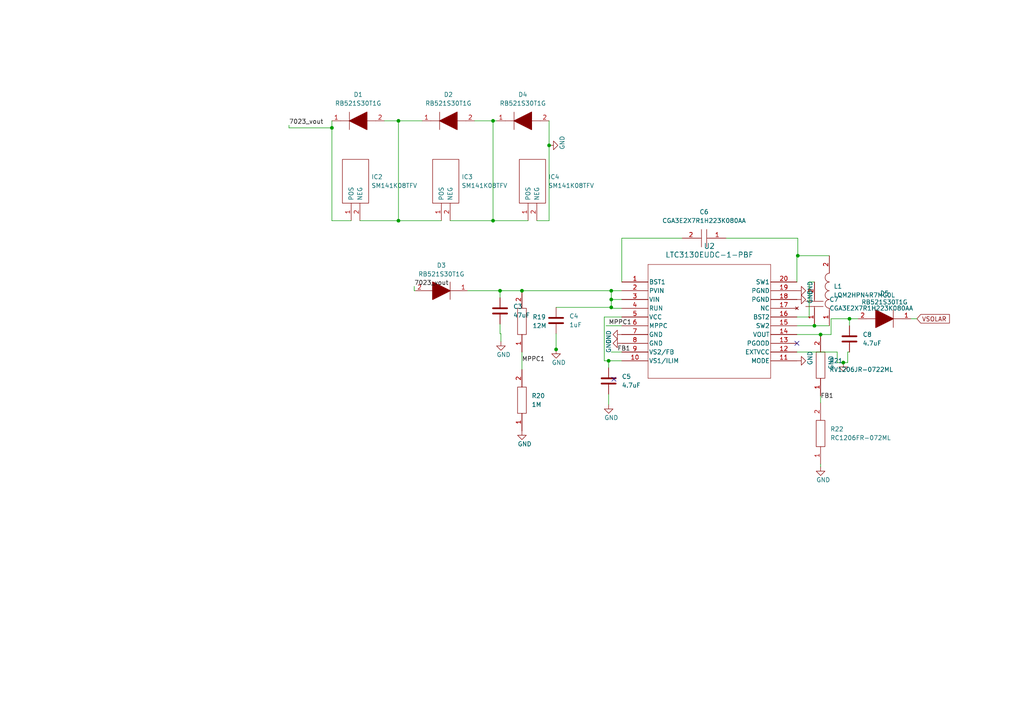
<source format=kicad_sch>
(kicad_sch (version 20230121) (generator eeschema)
  (paper "A4")
  (lib_symbols
    (symbol "AA_AUTO_LOADER:CGA3E2X7R1H223K080AA" (pin_names (offset 0.762))
      (property "Reference" "C" (at 8.89 6.35 0))
      (property "Value" "CGA3E2X7R1H223K080AA" (at 8.89 3.81 0))
      (symbol "CGA3E2X7R1H223K080AA_0_0"
        (pin passive line (at 0 0 0) (length 5.08) (name "~") (number "1"))
        (pin passive line (at 12.7 0 180) (length 5.08) (name "~") (number "2"))
      )
      (symbol "CGA3E2X7R1H223K080AA_0_1"
        (polyline (pts (xy 5.08 0) (xy 5.588 0)) (stroke (width 0.1524)))
        (polyline (pts (xy 5.588 2.54) (xy 5.588 -2.54)) (stroke (width 0.1524)))
        (polyline (pts (xy 7.112 0) (xy 7.62 0)) (stroke (width 0.1524)))
        (polyline (pts (xy 7.112 2.54) (xy 7.112 -2.54)) (stroke (width 0.1524)))
      )
    )
    (symbol "AA_AUTO_LOADER:CHV2010-FX-1005ELF" (pin_names (offset 0.762))
      (property "Reference" "R" (at 13.97 6.35 0))
      (property "Value" "CHV2010-FX-1005ELF" (at 13.97 3.81 0))
      (symbol "CHV2010-FX-1005ELF_0_0"
        (pin passive line (at 0 0 0) (length 5.08) (name "~") (number "1"))
        (pin passive line (at 17.78 0 180) (length 5.08) (name "~") (number "2"))
      )
      (symbol "CHV2010-FX-1005ELF_0_1"
        (polyline (pts (xy 5.08 1.27) (xy 12.7 1.27) (xy 12.7 -1.27) (xy 5.08 -1.27) (xy 5.08 1.27)) (stroke (width 0.1524)))
      )
    )
    (symbol "AA_AUTO_LOADER:LQM2HPN4R7MG0L" (pin_names (offset 0.762))
      (property "Reference" "L" (at 16.51 6.35 0))
      (property "Value" "LQM2HPN4R7MG0L" (at 16.51 3.81 0))
      (symbol "LQM2HPN4R7MG0L_0_0"
        (pin passive line (at 0 0 0) (length 5.08) (name "~") (number "1"))
        (pin passive line (at 20.32 0 180) (length 5.08) (name "~") (number "2"))
      )
      (symbol "LQM2HPN4R7MG0L_0_1"
        (arc (start 7.62 0) (mid 6.35 1.2202) (end 5.08 0) (stroke (width 0.1524)))
        (arc (start 10.16 0) (mid 8.89 1.2202) (end 7.62 0) (stroke (width 0.1524)))
        (arc (start 12.7 0) (mid 11.43 1.2202) (end 10.16 0) (stroke (width 0.1524)))
        (arc (start 15.24 0) (mid 13.97 1.2202) (end 12.7 0) (stroke (width 0.1524)))
      )
    )
    (symbol "AA_AUTO_LOADER:RB521S30T1G" (pin_names (offset 0.762))
      (property "Reference" "D" (at 11.43 5.08 0))
      (property "Value" "RB521S30T1G" (at 11.43 2.54 0))
      (symbol "RB521S30T1G_0_0"
        (pin passive line (at 0 0 0) (length 2.54) (name "~") (number "1"))
        (pin passive line (at 15.24 0 180) (length 2.54) (name "~") (number "2"))
      )
      (symbol "RB521S30T1G_0_1"
        (polyline (pts (xy 2.54 0) (xy 5.08 0)) (stroke (width 0.1524)))
        (polyline (pts (xy 5.08 2.54) (xy 5.08 -2.54)) (stroke (width 0.1524)))
        (polyline (pts (xy 10.16 0) (xy 12.7 0)) (stroke (width 0.1524)))
        (polyline (pts (xy 5.08 0) (xy 10.16 2.54) (xy 10.16 -2.54) (xy 5.08 0)) (stroke (width 0.254)) (fill (type outline)))
      )
    )
    (symbol "AA_AUTO_LOADER:RC1206FR-072M49L" (pin_names (offset 0.762))
      (property "Reference" "R" (at 13.97 6.35 0))
      (property "Value" "RC1206FR-072M49L" (at 13.97 3.81 0))
      (symbol "RC1206FR-072M49L_0_0"
        (pin passive line (at 0 0 0) (length 5.08) (name "~") (number "1"))
        (pin passive line (at 17.78 0 180) (length 5.08) (name "~") (number "2"))
      )
      (symbol "RC1206FR-072M49L_0_1"
        (polyline (pts (xy 5.08 1.27) (xy 12.7 1.27) (xy 12.7 -1.27) (xy 5.08 -1.27) (xy 5.08 1.27)) (stroke (width 0.1524)))
      )
    )
    (symbol "AA_AUTO_LOADER:RC1206FR-072ML" (pin_names (offset 0.762))
      (property "Reference" "R" (at 13.97 6.35 0))
      (property "Value" "RC1206FR-072ML" (at 13.97 3.81 0))
      (symbol "RC1206FR-072ML_0_0"
        (pin passive line (at 0 0 0) (length 5.08) (name "~") (number "1"))
        (pin passive line (at 17.78 0 180) (length 5.08) (name "~") (number "2"))
      )
      (symbol "RC1206FR-072ML_0_1"
        (polyline (pts (xy 5.08 1.27) (xy 12.7 1.27) (xy 12.7 -1.27) (xy 5.08 -1.27) (xy 5.08 1.27)) (stroke (width 0.1524)))
      )
    )
    (symbol "AA_AUTO_LOADER:RV1206JR-0722ML" (pin_names (offset 0.762))
      (property "Reference" "R" (at 13.97 6.35 0))
      (property "Value" "RV1206JR-0722ML" (at 13.97 3.81 0))
      (symbol "RV1206JR-0722ML_0_0"
        (pin passive line (at 0 0 0) (length 5.08) (name "~") (number "1"))
        (pin passive line (at 17.78 0 180) (length 5.08) (name "~") (number "2"))
      )
      (symbol "RV1206JR-0722ML_0_1"
        (polyline (pts (xy 5.08 1.27) (xy 12.7 1.27) (xy 12.7 -1.27) (xy 5.08 -1.27) (xy 5.08 1.27)) (stroke (width 0.1524)))
      )
    )
    (symbol "AA_AUTO_LOADER:SM141K08TFV" (pin_names (offset 0.762))
      (property "Reference" "IC" (at 19.05 7.62 0))
      (property "Value" "SM141K08TFV" (at 19.05 5.08 0))
      (symbol "SM141K08TFV_0_0"
        (pin power_in line (at 0 0 0) (length 5.08) (name "POS") (number "1"))
        (pin power_in line (at 0 -2.54 0) (length 5.08) (name "NEG") (number "2"))
      )
      (symbol "SM141K08TFV_0_1"
        (polyline (pts (xy 5.08 2.54) (xy 17.78 2.54) (xy 17.78 -5.08) (xy 5.08 -5.08) (xy 5.08 2.54)) (stroke (width 0.1524)))
      )
    )
    (symbol "LTC3130:LTC3130EUDC-1-PBF" (pin_names (offset 0.254))
      (property "Reference" "U" (at 25.4 10.16 0))
      (property "Value" "LTC3130EUDC-1-PBF" (at 25.4 7.62 0))
      (symbol "LTC3130EUDC-1-PBF_0_1"
        (polyline (pts (xy 7.62 -27.94) (xy 43.18 -27.94)) (stroke (width 0.127)))
        (polyline (pts (xy 7.62 5.08) (xy 7.62 -27.94)) (stroke (width 0.127)))
        (polyline (pts (xy 43.18 -27.94) (xy 43.18 5.08)) (stroke (width 0.127)))
        (polyline (pts (xy 43.18 5.08) (xy 7.62 5.08)) (stroke (width 0.127)))
        (pin unspecified line (at 0 0 0) (length 7.62) (name "BST1") (number "1"))
        (pin bidirectional line (at 0 -22.86 0) (length 7.62) (name "VS1/ILIM") (number "10"))
        (pin unspecified line (at 50.8 -22.86 180) (length 7.62) (name "MODE") (number "11"))
        (pin input line (at 50.8 -20.32 180) (length 7.62) (name "EXTVCC") (number "12"))
        (pin output line (at 50.8 -17.78 180) (length 7.62) (name "PGOOD") (number "13"))
        (pin output line (at 50.8 -15.24 180) (length 7.62) (name "VOUT") (number "14"))
        (pin unspecified line (at 50.8 -12.7 180) (length 7.62) (name "SW2") (number "15"))
        (pin unspecified line (at 50.8 -10.16 180) (length 7.62) (name "BST2") (number "16"))
        (pin no_connect line (at 50.8 -7.62 180) (length 7.62) (name "NC") (number "17"))
        (pin power_out line (at 50.8 -5.08 180) (length 7.62) (name "PGND") (number "18"))
        (pin power_out line (at 50.8 -2.54 180) (length 7.62) (name "PGND") (number "19"))
        (pin input line (at 0 -2.54 0) (length 7.62) (name "PVIN") (number "2"))
        (pin unspecified line (at 50.8 0 180) (length 7.62) (name "SW1") (number "20"))
        (pin input line (at 0 -5.08 0) (length 7.62) (name "VIN") (number "3"))
        (pin input line (at 0 -7.62 0) (length 7.62) (name "RUN") (number "4"))
        (pin power_in line (at 0 -10.16 0) (length 7.62) (name "VCC") (number "5"))
        (pin unspecified line (at 0 -12.7 0) (length 7.62) (name "MPPC") (number "6"))
        (pin power_out line (at 0 -15.24 0) (length 7.62) (name "GND") (number "7"))
        (pin power_out line (at 0 -17.78 0) (length 7.62) (name "GND") (number "8"))
        (pin bidirectional line (at 0 -20.32 0) (length 7.62) (name "VS2/FB") (number "9"))
      )
    )
    (symbol "PCM_Capacitor_AKL:C_0805" (pin_numbers hide) (pin_names (offset 0.254))
      (property "Reference" "C" (at 0.635 2.54 0))
      (property "Value" "C_0805" (at 0.635 -2.54 0))
      (symbol "C_0805_0_1"
        (polyline (pts (xy -2.032 -0.762) (xy 2.032 -0.762)) (stroke (width 0.508)))
        (polyline (pts (xy -2.032 0.762) (xy 2.032 0.762)) (stroke (width 0.508)))
      )
      (symbol "C_0805_1_1"
        (pin passive line (at 0 3.81 270) (length 2.794) (name "~") (number "1"))
        (pin passive line (at 0 -3.81 90) (length 2.794) (name "~") (number "2"))
      )
    )
    (symbol "power:GND" (power) (pin_names (offset 0))
      (property "Value" "GND" (at 0 -3.81 0))
      (symbol "GND_0_1"
        (polyline (pts (xy 0 0) (xy 0 -1.27) (xy 1.27 -1.27) (xy 0 -2.54) (xy -1.27 -1.27) (xy 0 -1.27)))
      )
      (symbol "GND_1_1"
        (pin power_in line (at 0 0 270) (length 0) hide (name "GND") (number "1"))
      )
    )
  )
  (junction (at 143.002 64.008))
  (junction (at 143.002 35.052))
  (junction (at 176.53 104.648))
  (junction (at 237.998 97.028))
  (junction (at 236.22 94.488))
  (junction (at 159.258 42.164))
  (junction (at 96.266 37.084))
  (junction (at 151.384 84.328))
  (junction (at 177.292 84.328))
  (junction (at 115.57 35.052))
  (junction (at 115.57 64.008))
  (junction (at 244.602 105.156))
  (junction (at 177.292 86.868))
  (junction (at 231.394 74.168))
  (junction (at 161.29 101.346))
  (junction (at 246.38 92.456))
  (junction (at 145.034 84.328))
  (junction (at 177.292 89.154))
  (no_connect (at 178.054 109.982))
  (no_connect (at 231.14 99.568))
  (wire (pts (xy 177.292 84.328) (xy 177.292 86.868)))
  (wire (pts (xy 145.034 86.36) (xy 145.034 84.328)))
  (wire (pts (xy 145.288 96.774) (xy 145.288 99.06)))
  (wire (pts (xy 120.142 84.328) (xy 120.396 84.328)))
  (wire (pts (xy 234.696 81.788) (xy 234.696 91.948)))
  (wire (pts (xy 143.002 64.008) (xy 153.162 64.008)))
  (wire (pts (xy 237.998 97.028) (xy 241.046 97.028)))
  (wire (pts (xy 135.636 84.328) (xy 145.034 84.328)))
  (wire (pts (xy 177.292 86.868) (xy 180.34 86.868)))
  (wire (pts (xy 145.034 84.328) (xy 151.384 84.328)))
  (wire (pts (xy 175.768 94.488) (xy 180.34 94.488)))
  (wire (pts (xy 231.14 94.488) (xy 236.22 94.488)))
  (wire (pts (xy 115.57 35.052) (xy 115.57 64.008)))
  (wire (pts (xy 115.57 64.008) (xy 128.016 64.008)))
  (wire (pts (xy 242.824 102.108) (xy 242.824 105.156)))
  (wire (pts (xy 246.38 92.456) (xy 248.92 92.456)))
  (wire (pts (xy 145.034 96.774) (xy 145.034 93.98)))
  (wire (pts (xy 104.394 64.008) (xy 115.57 64.008)))
  (wire (pts (xy 180.34 81.788) (xy 180.34 69.088)))
  (wire (pts (xy 159.258 35.052) (xy 159.258 42.164)))
  (wire (pts (xy 177.292 89.408) (xy 180.34 89.408)))
  (wire (pts (xy 161.29 96.774) (xy 161.29 101.346)))
  (wire (pts (xy 244.602 105.156) (xy 245.872 105.156)))
  (wire (pts (xy 177.292 89.154) (xy 177.292 89.408)))
  (wire (pts (xy 111.506 35.052) (xy 115.57 35.052)))
  (wire (pts (xy 231.394 74.168) (xy 231.14 74.168)))
  (wire (pts (xy 130.556 64.008) (xy 143.002 64.008)))
  (wire (pts (xy 245.872 102.108) (xy 246.38 102.108)))
  (wire (pts (xy 143.002 35.052) (xy 144.018 35.052)))
  (wire (pts (xy 175.26 104.648) (xy 176.53 104.648)))
  (wire (pts (xy 234.696 91.948) (xy 231.14 91.948)))
  (wire (pts (xy 264.16 92.456) (xy 265.938 92.456)))
  (wire (pts (xy 83.82 37.084) (xy 96.266 37.084)))
  (wire (pts (xy 176.53 104.648) (xy 180.34 104.648)))
  (wire (pts (xy 161.29 101.346) (xy 161.29 101.6)))
  (wire (pts (xy 241.046 97.028) (xy 241.046 92.456)))
  (wire (pts (xy 236.22 94.488) (xy 240.538 94.488)))
  (wire (pts (xy 240.538 74.168) (xy 231.394 74.168)))
  (wire (pts (xy 159.258 42.164) (xy 159.258 64.008)))
  (wire (pts (xy 237.998 135.382) (xy 237.998 134.62)))
  (wire (pts (xy 176.53 114.3) (xy 176.53 117.348)))
  (wire (pts (xy 151.384 107.188) (xy 151.384 102.108)))
  (wire (pts (xy 237.998 116.84) (xy 237.998 114.808)))
  (wire (pts (xy 143.002 35.052) (xy 143.002 64.008)))
  (wire (pts (xy 231.14 102.108) (xy 242.824 102.108)))
  (wire (pts (xy 245.872 105.156) (xy 245.872 102.108)))
  (wire (pts (xy 115.57 35.052) (xy 122.428 35.052)))
  (wire (pts (xy 180.34 69.088) (xy 197.866 69.088)))
  (wire (pts (xy 231.14 74.168) (xy 231.14 81.788)))
  (wire (pts (xy 177.292 84.328) (xy 180.34 84.328)))
  (wire (pts (xy 161.29 89.154) (xy 177.292 89.154)))
  (wire (pts (xy 145.034 96.774) (xy 145.288 96.774)))
  (wire (pts (xy 175.26 91.948) (xy 175.26 104.648)))
  (wire (pts (xy 159.258 64.008) (xy 155.702 64.008)))
  (wire (pts (xy 177.292 102.108) (xy 180.34 102.108)))
  (wire (pts (xy 177.292 89.154) (xy 177.292 86.868)))
  (wire (pts (xy 96.266 35.052) (xy 96.266 37.084)))
  (wire (pts (xy 210.566 69.088) (xy 231.394 69.088)))
  (wire (pts (xy 241.046 92.456) (xy 246.38 92.456)))
  (wire (pts (xy 151.384 84.328) (xy 177.292 84.328)))
  (wire (pts (xy 137.668 35.052) (xy 143.002 35.052)))
  (wire (pts (xy 101.854 64.008) (xy 96.266 64.008)))
  (wire (pts (xy 120.142 83.058) (xy 120.142 84.328)))
  (wire (pts (xy 231.14 97.028) (xy 237.998 97.028)))
  (wire (pts (xy 180.34 91.948) (xy 175.26 91.948)))
  (wire (pts (xy 236.22 81.788) (xy 234.696 81.788)))
  (wire (pts (xy 83.82 36.322) (xy 83.82 37.084)))
  (wire (pts (xy 231.394 69.088) (xy 231.394 74.168)))
  (wire (pts (xy 246.38 92.456) (xy 246.38 94.488)))
  (wire (pts (xy 242.824 105.156) (xy 244.602 105.156)))
  (wire (pts (xy 176.53 106.68) (xy 176.53 104.648)))
  (wire (pts (xy 96.266 37.084) (xy 96.266 64.008)))
  (label "7023_vout" (at 120.142 83.058 0))
  (label "FB1" (at 179.07 102.108 0))
  (label "7023_vout" (at 83.82 36.322 0))
  (label "MPPC1" (at 176.53 94.488 0))
  (label "FB1" (at 237.998 115.824 0))
  (label "MPPC1" (at 151.384 105.156 0))
  (global_label "VSOLAR" (shape input) (at 265.938 92.456 0) (property "Intersheetrefs" "${INTERSHEET_REFS}" (effects hide)))
  (symbol (lib_id "power:GND") (at 151.384 124.968 0) (mirror y) (unit 1)
    (property "Reference" "#PWR?" (effects hide))
    (property "Value" "GND" (at 150.114 128.778 0) (effects (justify right)))
    (instances (project "xpanel" (path "" (reference "#PWR?") (unit 1))) (project "Z_PLUS_REV1" (path "" (reference "#PWR019") (unit 1))) (project "Xpanel_V1_final" (path "" (reference "#PWR039") (unit 1)) (path "" (reference "#PWR042") (unit 1))))
  )
  (symbol (lib_id "AA_AUTO_LOADER:RB521S30T1G") (at 264.16 92.456 180) (unit 1)
    (property "Reference" "D5" (at 256.54 85.09 0))
    (property "Value" "RB521S30T1G" (at 256.54 87.63 0))
    (property "Footprint" "SODFL1608X70N" (effects hide))
    (property "Datasheet" "http://www.onsemi.com/pub/Collateral/RB521S30T1-D.PDF" (effects hide))
    (property "Description" "Schottky Barrier Diode" (effects hide))
    (property "Height" "0.7" (effects hide))
    (property "Manufacturer_Name" "onsemi" (effects hide))
    (property "Manufacturer_Part_Number" "RB521S30T1G" (effects hide))
    (property "Mouser Part Number" "863-RB521S30T1G" (effects hide))
    (property "Mouser Price/Stock" "https://www.mouser.co.uk/ProductDetail/onsemi/RB521S30T1G?qs=xZq1yRCsb1eKFKS8TVH%2Fqg%3D%3D" (effects hide))
    (property "Arrow Part Number" "RB521S30T1G" (effects hide))
    (property "Arrow Price/Stock" "https://www.arrow.com/en/products/rb521s30t1g/on-semiconductor?region=europe" (effects hide))
  )
  (symbol (lib_id "power:GND") (at 237.998 135.382 0) (mirror y) (unit 1)
    (property "Reference" "#PWR?" (effects hide))
    (property "Value" "GND" (at 236.728 139.192 0) (effects (justify right)))
    (instances (project "xpanel" (path "" (reference "#PWR?") (unit 1))) (project "Z_PLUS_REV1" (path "" (reference "#PWR028") (unit 1))) (project "Xpanel_V1_final" (path "" (reference "#PWR040") (unit 1)) (path "" (reference "#PWR050") (unit 1))))
  )
  (symbol (lib_id "AA_AUTO_LOADER:SM141K08TFV") (at 101.854 64.008 90) (unit 1)
    (property "Reference" "IC2" (at 107.696 51.308 90) (effects (justify right)))
    (property "Value" "SM141K08TFV" (at 107.696 53.848 90) (effects (justify right)))
    (property "Footprint" "SODFL520290X120N" (effects hide))
    (property "Datasheet" "https://waf-e.dubudisk.com/anysolar.dubuplus.com/techsupport@anysolar.biz/O18BEt3/DubuDisk/www/Gen3/SM141K08TFV%20DATA%20SHEET%20202105.pdf" (effects hide))
    (property "Description" "SOLAR CELL G3 THIN 5.53V 246MW" (effects hide))
    (property "Height" "1.2" (effects hide))
    (property "Manufacturer_Name" "ANYSOLAR" (effects hide))
    (property "Manufacturer_Part_Number" "SM141K08TFV" (effects hide))
  )
  (symbol (lib_id "AA_AUTO_LOADER:SM141K08TFV") (at 128.016 64.008 90) (unit 1)
    (property "Reference" "IC3" (at 133.858 51.308 90) (effects (justify right)))
    (property "Value" "SM141K08TFV" (at 133.858 53.848 90) (effects (justify right)))
    (property "Footprint" "SODFL520290X120N" (effects hide))
    (property "Datasheet" "https://waf-e.dubudisk.com/anysolar.dubuplus.com/techsupport@anysolar.biz/O18BEt3/DubuDisk/www/Gen3/SM141K08TFV%20DATA%20SHEET%20202105.pdf" (effects hide))
    (property "Description" "SOLAR CELL G3 THIN 5.53V 246MW" (effects hide))
    (property "Height" "1.2" (effects hide))
    (property "Manufacturer_Name" "ANYSOLAR" (effects hide))
    (property "Manufacturer_Part_Number" "SM141K08TFV" (effects hide))
  )
  (symbol (lib_id "LTC3130:LTC3130EUDC-1-PBF") (at 180.34 81.788 0) (unit 1)
    (property "Reference" "U2" (at 205.74 71.374 0) (effects (font (size 1.524 1.524))))
    (property "Value" "LTC3130EUDC-1-PBF" (at 205.74 73.914 0) (effects (font (size 1.524 1.524))))
    (property "Footprint" "UDC_20_ADI" (effects hide))
    (property "Datasheet" "LTC3130EUDC-1-PBF" (effects hide))
    (instances (project "Z_PLUS_REV1" (path "" (reference "U2") (unit 1))) (project "Xpanel_V1_final" (path "" (reference "U3") (unit 1)) (path "" (reference "U4") (unit 1))))
  )
  (symbol (lib_id "power:GND") (at 161.29 101.346 0) (mirror y) (unit 1)
    (property "Reference" "#PWR?" (effects hide))
    (property "Value" "GND" (at 160.02 105.156 0) (effects (justify right)))
    (instances (project "xpanel" (path "" (reference "#PWR?") (unit 1))) (project "Z_PLUS_REV1" (path "" (reference "#PWR021") (unit 1))) (project "Xpanel_V1_final" (path "" (reference "#PWR031") (unit 1)) (path "" (reference "#PWR043") (unit 1))))
  )
  (symbol (lib_id "power:GND") (at 159.258 42.164 90) (mirror x) (unit 1)
    (property "Reference" "#PWR?" (effects hide))
    (property "Value" "GND" (at 163.068 43.434 0) (effects (justify right)))
    (instances (project "xpanel" (path "" (reference "#PWR?") (unit 1))) (project "Z_PLUS_REV1" (path "" (reference "#PWR020") (unit 1))) (project "Xpanel_V1_final" (path "" (reference "#PWR039") (unit 1)) (path "" (reference "#PWR042") (unit 1))))
  )
  (symbol (lib_id "AA_AUTO_LOADER:CGA3E2X7R1H223K080AA") (at 236.22 94.488 90) (unit 1)
    (property "Reference" "C7" (at 240.538 86.868 90) (effects (justify right)))
    (property "Value" "CGA3E2X7R1H223K080AA" (at 240.538 89.408 90) (effects (justify right)))
    (property "Footprint" "CAPC1608X90N" (effects hide))
    (property "Datasheet" "http://docs-europe.electrocomponents.com/webdocs/14e9/0900766b814e9125.pdf" (effects hide))
    (property "Description" "TDK 22nF Multilayer Ceramic Capacitor MLCC 50 V dc +/-10% X7R Dielectric 1608 Solder Max. Op. Temp. +125C" (effects hide))
    (property "Height" "0.9" (effects hide))
    (property "Manufacturer_Name" "TDK" (effects hide))
    (property "Manufacturer_Part_Number" "CGA3E2X7R1H223K080AA" (effects hide))
    (property "Mouser Part Number" "810-CGA3E2X7R1H223K" (effects hide))
    (property "Mouser Price/Stock" "https://www.mouser.co.uk/ProductDetail/TDK/CGA3E2X7R1H223K080AA?qs=NRhsANhppD%252Baj3NexA80WA%3D%3D" (effects hide))
    (property "Arrow Part Number" "CGA3E2X7R1H223K080AA" (effects hide))
    (property "Arrow Price/Stock" "https://www.arrow.com/en/products/cga3e2x7r1h223k080aa/tdk?region=nac" (effects hide))
    (instances (project "Z_PLUS_REV1" (path "" (reference "C7") (unit 1))) (project "Xpanel_V1_final" (path "" (reference "C12") (unit 1)) (path "" (reference "C18") (unit 1))))
  )
  (symbol (lib_id "power:GND") (at 180.34 99.568 270) (mirror x) (unit 1)
    (property "Reference" "#PWR?" (effects hide))
    (property "Value" "GND" (at 176.53 98.298 0) (effects (justify right)))
    (instances (project "xpanel" (path "" (reference "#PWR?") (unit 1))) (project "Z_PLUS_REV1" (path "" (reference "#PWR024") (unit 1))) (project "Xpanel_V1_final" (path "" (reference "#PWR033") (unit 1)) (path "" (reference "#PWR046") (unit 1))))
  )
  (symbol (lib_id "AA_AUTO_LOADER:RB521S30T1G") (at 122.428 35.052 0) (unit 1)
    (property "Reference" "D2" (at 130.048 27.432 0))
    (property "Value" "RB521S30T1G" (at 130.048 29.972 0))
    (property "Footprint" "SODFL1608X70N" (effects hide))
    (property "Datasheet" "http://www.onsemi.com/pub/Collateral/RB521S30T1-D.PDF" (effects hide))
    (property "Description" "Schottky Barrier Diode" (effects hide))
    (property "Height" "0.7" (effects hide))
    (property "Manufacturer_Name" "onsemi" (effects hide))
    (property "Manufacturer_Part_Number" "RB521S30T1G" (effects hide))
    (property "Mouser Part Number" "863-RB521S30T1G" (effects hide))
    (property "Mouser Price/Stock" "https://www.mouser.co.uk/ProductDetail/onsemi/RB521S30T1G?qs=xZq1yRCsb1eKFKS8TVH%2Fqg%3D%3D" (effects hide))
    (property "Arrow Part Number" "RB521S30T1G" (effects hide))
    (property "Arrow Price/Stock" "https://www.arrow.com/en/products/rb521s30t1g/on-semiconductor?region=europe" (effects hide))
  )
  (symbol (lib_id "AA_AUTO_LOADER:RC1206FR-072M49L") (at 151.384 124.968 90) (unit 1)
    (property "Reference" "R20" (at 154.178 114.808 90) (effects (justify right)))
    (property "Value" "1M" (at 154.178 117.348 90) (effects (justify right)))
    (property "Footprint" "RESC3116X65N" (effects hide))
    (property "Datasheet" "https://www.sos.sk/productdata/35/10/4/35104/RC1206.pdf" (effects hide))
    (property "Description" "Thick Film Resistors - SMD 1/4W 2.49M Ohms 1%" (effects hide))
    (property "Height" "0.65" (effects hide))
    (property "Manufacturer_Name" "KEMET" (effects hide))
    (property "Manufacturer_Part_Number" "RC1206FR-072M49L" (effects hide))
    (property "Mouser Part Number" "603-RC1206FR-072M49L" (effects hide))
    (property "Mouser Price/Stock" "https://www.mouser.com/Search/Refine.aspx?Keyword=603-RC1206FR-072M49L" (effects hide))
    (property "Arrow Part Number" "RC1206FR-072M49L" (effects hide))
    (property "Arrow Price/Stock" "https://www.arrow.com/en/products/rc1206fr-072m49l/yageo" (effects hide))
    (instances (project "Z_PLUS_REV1" (path "" (reference "R20") (unit 1))) (project "Xpanel_V1_final" (path "" (reference "R40") (unit 1))))
  )
  (symbol (lib_id "PCM_Capacitor_AKL:C_0805") (at 176.53 110.49 0) (unit 1)
    (property "Reference" "C5" (at 180.34 109.22 0) (effects (justify left)))
    (property "Value" "4.7uF" (at 180.34 111.76 0) (effects (justify left)))
    (property "Footprint" "Capacitor_SMD:C_0805_2012Metric" (effects hide))
  )
  (symbol (lib_id "power:GND") (at 180.34 97.028 270) (mirror x) (unit 1)
    (property "Reference" "#PWR?" (effects hide))
    (property "Value" "GND" (at 176.53 95.758 0) (effects (justify right)))
    (instances (project "xpanel" (path "" (reference "#PWR?") (unit 1))) (project "Z_PLUS_REV1" (path "" (reference "#PWR023") (unit 1))) (project "Xpanel_V1_final" (path "" (reference "#PWR032") (unit 1)) (path "" (reference "#PWR045") (unit 1))))
  )
  (symbol (lib_id "power:GND") (at 145.288 99.06 0) (mirror y) (unit 1)
    (property "Reference" "#PWR?" (effects hide))
    (property "Value" "GND" (at 144.018 102.87 0) (effects (justify right)))
    (instances (project "xpanel" (path "" (reference "#PWR?") (unit 1))) (project "Z_PLUS_REV1" (path "" (reference "#PWR018") (unit 1))) (project "Xpanel_V1_final" (path "" (reference "#PWR038") (unit 1)) (path "" (reference "#PWR041") (unit 1))))
  )
  (symbol (lib_id "power:GND") (at 176.53 117.348 0) (mirror y) (unit 1)
    (property "Reference" "#PWR?" (effects hide))
    (property "Value" "GND" (at 175.26 121.158 0) (effects (justify right)))
    (instances (project "xpanel" (path "" (reference "#PWR?") (unit 1))) (project "Z_PLUS_REV1" (path "" (reference "#PWR022") (unit 1))) (project "Xpanel_V1_final" (path "" (reference "#PWR036") (unit 1)) (path "" (reference "#PWR044") (unit 1))))
  )
  (symbol (lib_id "PCM_Capacitor_AKL:C_0805") (at 246.38 98.298 0) (unit 1)
    (property "Reference" "C8" (at 250.19 97.028 0) (effects (justify left)))
    (property "Value" "4.7uF" (at 250.19 99.568 0) (effects (justify left)))
    (property "Footprint" "Capacitor_SMD:C_0805_2012Metric" (effects hide))
  )
  (symbol (lib_id "PCM_Capacitor_AKL:C_0805") (at 145.034 90.17 0) (unit 1)
    (property "Reference" "C3" (at 148.844 88.9 0) (effects (justify left)))
    (property "Value" "47uF" (at 148.844 91.44 0) (effects (justify left)))
    (property "Footprint" "Capacitor_SMD:C_0805_2012Metric" (effects hide))
  )
  (symbol (lib_id "AA_AUTO_LOADER:RV1206JR-0722ML") (at 237.998 114.808 90) (unit 1)
    (property "Reference" "R21" (at 240.538 104.648 90) (effects (justify right)))
    (property "Value" "RV1206JR-0722ML" (at 240.538 107.188 90) (effects (justify right)))
    (property "Footprint" "RESC3116X65N" (effects hide))
    (property "Datasheet" "https://datasheet.datasheetarchive.com/originals/distributors/Datasheets_SAMA/3661cb3594286155999f5edf7283be5e.pdf" (effects hide))
    (property "Description" "HIGH VOLTAGE CHIP RESISTORS" (effects hide))
    (property "Height" "0.65" (effects hide))
    (property "Manufacturer_Name" "KEMET" (effects hide))
    (property "Manufacturer_Part_Number" "RV1206JR-0722ML" (effects hide))
    (property "Arrow Part Number" "RV1206JR-0722ML" (effects hide))
    (property "Arrow Price/Stock" "https://www.arrow.com/en/products/rv1206jr-0722ml/yageo" (effects hide))
    (instances (project "Z_PLUS_REV1" (path "" (reference "R21") (unit 1))) (project "Xpanel_V1_final" (path "" (reference "R37") (unit 1)) (path "" (reference "R41") (unit 1))))
  )
  (symbol (lib_id "AA_AUTO_LOADER:CHV2010-FX-1005ELF") (at 151.384 102.108 90) (unit 1)
    (property "Reference" "R19" (at 154.432 91.948 90) (effects (justify right)))
    (property "Value" "12M" (at 154.432 94.488 90) (effects (justify right)))
    (property "Footprint" "RESC5025X70N" (effects hide))
    (property "Datasheet" "https://datasheet.datasheetarchive.com/originals/distributors/DKDS-12/224757.pdf" (effects hide))
    (property "Description" "Bourns CHV Series Thick Film High Voltage Resistor 2010 Case 0.5W +/-100ppm/C" (effects hide))
    (property "Height" "0.7" (effects hide))
    (property "Manufacturer_Name" "Bourns" (effects hide))
    (property "Manufacturer_Part_Number" "CHV2010-FX-1005ELF" (effects hide))
    (property "Mouser Part Number" "652-CHV2010FX1005ELF" (effects hide))
    (property "Mouser Price/Stock" "https://www.mouser.co.uk/ProductDetail/Bourns/CHV2010-FX-1005ELF?qs=m3kjewahW8Q3Mon3mD%2F3Vw%3D%3D" (effects hide))
    (property "Arrow Part Number" "CHV2010-FX-1005ELF" (effects hide))
    (property "Arrow Price/Stock" "https://www.arrow.com/en/products/chv2010-fx-1005elf/bourns" (effects hide))
    (instances (project "Z_PLUS_REV1" (path "" (reference "R19") (unit 1))) (project "Xpanel_V1_final" (path "" (reference "R36") (unit 1)) (path "" (reference "R39") (unit 1))))
  )
  (symbol (lib_id "AA_AUTO_LOADER:SM141K08TFV") (at 153.162 64.008 90) (unit 1)
    (property "Reference" "IC4" (at 159.004 51.308 90) (effects (justify right)))
    (property "Value" "SM141K08TFV" (at 159.004 53.848 90) (effects (justify right)))
    (property "Footprint" "SODFL520290X120N" (effects hide))
    (property "Datasheet" "https://waf-e.dubudisk.com/anysolar.dubuplus.com/techsupport@anysolar.biz/O18BEt3/DubuDisk/www/Gen3/SM141K08TFV%20DATA%20SHEET%20202105.pdf" (effects hide))
    (property "Description" "SOLAR CELL G3 THIN 5.53V 246MW" (effects hide))
    (property "Height" "1.2" (effects hide))
    (property "Manufacturer_Name" "ANYSOLAR" (effects hide))
    (property "Manufacturer_Part_Number" "SM141K08TFV" (effects hide))
  )
  (symbol (lib_id "AA_AUTO_LOADER:RB521S30T1G") (at 135.636 84.328 180) (unit 1)
    (property "Reference" "D3" (at 128.016 76.962 0))
    (property "Value" "RB521S30T1G" (at 128.016 79.502 0))
    (property "Footprint" "SODFL1608X70N" (effects hide))
    (property "Datasheet" "http://www.onsemi.com/pub/Collateral/RB521S30T1-D.PDF" (effects hide))
    (property "Description" "Schottky Barrier Diode" (effects hide))
    (property "Height" "0.7" (effects hide))
    (property "Manufacturer_Name" "onsemi" (effects hide))
    (property "Manufacturer_Part_Number" "RB521S30T1G" (effects hide))
    (property "Mouser Part Number" "863-RB521S30T1G" (effects hide))
    (property "Mouser Price/Stock" "https://www.mouser.co.uk/ProductDetail/onsemi/RB521S30T1G?qs=xZq1yRCsb1eKFKS8TVH%2Fqg%3D%3D" (effects hide))
    (property "Arrow Part Number" "RB521S30T1G" (effects hide))
    (property "Arrow Price/Stock" "https://www.arrow.com/en/products/rb521s30t1g/on-semiconductor?region=europe" (effects hide))
  )
  (symbol (lib_id "power:GND") (at 244.602 105.156 0) (mirror y) (unit 1)
    (property "Reference" "#PWR?" (effects hide))
    (property "Value" "GND" (at 241.046 103.124 90) (effects (justify right)))
    (instances (project "xpanel" (path "" (reference "#PWR?") (unit 1))) (project "Z_PLUS_REV1" (path "" (reference "#PWR029") (unit 1))) (project "Xpanel_V1_final" (path "" (reference "#PWR037") (unit 1)) (path "" (reference "#PWR057") (unit 1))))
  )
  (symbol (lib_id "AA_AUTO_LOADER:CGA3E2X7R1H223K080AA") (at 210.566 69.088 180) (unit 1)
    (property "Reference" "C6" (at 204.216 61.468 0))
    (property "Value" "CGA3E2X7R1H223K080AA" (at 204.216 64.008 0))
    (property "Footprint" "CAPC1608X90N" (effects hide))
    (property "Datasheet" "http://docs-europe.electrocomponents.com/webdocs/14e9/0900766b814e9125.pdf" (effects hide))
    (property "Description" "TDK 22nF Multilayer Ceramic Capacitor MLCC 50 V dc +/-10% X7R Dielectric 1608 Solder Max. Op. Temp. +125C" (effects hide))
    (property "Height" "0.9" (effects hide))
    (property "Manufacturer_Name" "TDK" (effects hide))
    (property "Manufacturer_Part_Number" "CGA3E2X7R1H223K080AA" (effects hide))
    (property "Mouser Part Number" "810-CGA3E2X7R1H223K" (effects hide))
    (property "Mouser Price/Stock" "https://www.mouser.co.uk/ProductDetail/TDK/CGA3E2X7R1H223K080AA?qs=NRhsANhppD%252Baj3NexA80WA%3D%3D" (effects hide))
    (property "Arrow Part Number" "CGA3E2X7R1H223K080AA" (effects hide))
    (property "Arrow Price/Stock" "https://www.arrow.com/en/products/cga3e2x7r1h223k080aa/tdk?region=nac" (effects hide))
    (instances (project "Z_PLUS_REV1" (path "" (reference "C6") (unit 1))) (project "Xpanel_V1_final" (path "" (reference "C13") (unit 1)) (path "" (reference "C17") (unit 1))))
  )
  (symbol (lib_id "power:GND") (at 231.14 84.328 90) (mirror x) (unit 1)
    (property "Reference" "#PWR?" (effects hide))
    (property "Value" "GND" (at 234.95 85.598 0) (effects (justify right)))
    (instances (project "xpanel" (path "" (reference "#PWR?") (unit 1))) (project "Z_PLUS_REV1" (path "" (reference "#PWR025") (unit 1))) (project "Xpanel_V1_final" (path "" (reference "#PWR035") (unit 1)) (path "" (reference "#PWR047") (unit 1))))
  )
  (symbol (lib_id "AA_AUTO_LOADER:RB521S30T1G") (at 96.266 35.052 0) (unit 1)
    (property "Reference" "D1" (at 103.886 27.432 0))
    (property "Value" "RB521S30T1G" (at 103.886 29.972 0))
    (property "Footprint" "SODFL1608X70N" (effects hide))
    (property "Datasheet" "http://www.onsemi.com/pub/Collateral/RB521S30T1-D.PDF" (effects hide))
    (property "Description" "Schottky Barrier Diode" (effects hide))
    (property "Height" "0.7" (effects hide))
    (property "Manufacturer_Name" "onsemi" (effects hide))
    (property "Manufacturer_Part_Number" "RB521S30T1G" (effects hide))
    (property "Mouser Part Number" "863-RB521S30T1G" (effects hide))
    (property "Mouser Price/Stock" "https://www.mouser.co.uk/ProductDetail/onsemi/RB521S30T1G?qs=xZq1yRCsb1eKFKS8TVH%2Fqg%3D%3D" (effects hide))
    (property "Arrow Part Number" "RB521S30T1G" (effects hide))
    (property "Arrow Price/Stock" "https://www.arrow.com/en/products/rb521s30t1g/on-semiconductor?region=europe" (effects hide))
  )
  (symbol (lib_id "power:GND") (at 231.14 104.648 90) (mirror x) (unit 1)
    (property "Reference" "#PWR?" (effects hide))
    (property "Value" "GND" (at 234.95 105.918 0) (effects (justify right)))
    (instances (project "xpanel" (path "" (reference "#PWR?") (unit 1))) (project "Z_PLUS_REV1" (path "" (reference "#PWR027") (unit 1))) (project "Xpanel_V1_final" (path "" (reference "#PWR037") (unit 1)) (path "" (reference "#PWR049") (unit 1))))
  )
  (symbol (lib_id "power:GND") (at 231.14 86.868 90) (mirror x) (unit 1)
    (property "Reference" "#PWR?" (effects hide))
    (property "Value" "GND" (at 234.95 88.138 0) (effects (justify right)))
    (instances (project "xpanel" (path "" (reference "#PWR?") (unit 1))) (project "Z_PLUS_REV1" (path "" (reference "#PWR026") (unit 1))) (project "Xpanel_V1_final" (path "" (reference "#PWR034") (unit 1)) (path "" (reference "#PWR048") (unit 1))))
  )
  (symbol (lib_id "AA_AUTO_LOADER:RB521S30T1G") (at 144.018 35.052 0) (unit 1)
    (property "Reference" "D4" (at 151.638 27.432 0))
    (property "Value" "RB521S30T1G" (at 151.638 29.972 0))
    (property "Footprint" "SODFL1608X70N" (effects hide))
    (property "Datasheet" "http://www.onsemi.com/pub/Collateral/RB521S30T1-D.PDF" (effects hide))
    (property "Description" "Schottky Barrier Diode" (effects hide))
    (property "Height" "0.7" (effects hide))
    (property "Manufacturer_Name" "onsemi" (effects hide))
    (property "Manufacturer_Part_Number" "RB521S30T1G" (effects hide))
    (property "Mouser Part Number" "863-RB521S30T1G" (effects hide))
    (property "Mouser Price/Stock" "https://www.mouser.co.uk/ProductDetail/onsemi/RB521S30T1G?qs=xZq1yRCsb1eKFKS8TVH%2Fqg%3D%3D" (effects hide))
    (property "Arrow Part Number" "RB521S30T1G" (effects hide))
    (property "Arrow Price/Stock" "https://www.arrow.com/en/products/rb521s30t1g/on-semiconductor?region=europe" (effects hide))
  )
  (symbol (lib_id "AA_AUTO_LOADER:LQM2HPN4R7MG0L") (at 240.538 94.488 90) (unit 1)
    (property "Reference" "L1" (at 241.808 83.058 90) (effects (justify right)))
    (property "Value" "LQM2HPN4R7MG0L" (at 241.808 85.598 90) (effects (justify right)))
    (property "Footprint" "LQM2HPN1R0MG0L" (effects hide))
    (property "Datasheet" "https://psearch.en.murata.com/inductor/product/LQM2HPN4R7MG0%23.html" (effects hide))
    (property "Description" "Inductor SMD 1008 shielded 4.7uH Murata LQM2HP_G0 Series 4700 nH +/-20% Ferrite Multilayer SMD Inductor, 1008 Case, SRF: 0.025GHz 1.1A dc 138m Rdc" (effects hide))
    (property "Height" "1" (effects hide))
    (property "Manufacturer_Name" "Murata Electronics" (effects hide))
    (property "Manufacturer_Part_Number" "LQM2HPN4R7MG0L" (effects hide))
    (property "Mouser Part Number" "81-LQM2HPN4R7MG0L" (effects hide))
    (property "Mouser Price/Stock" "https://www.mouser.co.uk/ProductDetail/Murata-Electronics/LQM2HPN4R7MG0L?qs=%2F%252BYoplLUB5jnkqM2%2FFTc3g%3D%3D" (effects hide))
    (property "Arrow Part Number" "LQM2HPN4R7MG0L" (effects hide))
    (property "Arrow Price/Stock" "https://www.arrow.com/en/products/lqm2hpn4r7mg0l/murata-manufacturing?region=nac" (effects hide))
    (instances (project "Z_PLUS_REV1" (path "" (reference "L1") (unit 1))) (project "Xpanel_V1_final" (path "" (reference "L3") (unit 1)) (path "" (reference "L4") (unit 1))))
  )
  (symbol (lib_id "PCM_Capacitor_AKL:C_0805") (at 161.29 92.964 0) (unit 1)
    (property "Reference" "C4" (at 165.1 91.694 0) (effects (justify left)))
    (property "Value" "1uF" (at 165.1 94.234 0) (effects (justify left)))
    (property "Footprint" "Capacitor_SMD:C_0805_2012Metric" (effects hide))
  )
  (symbol (lib_id "AA_AUTO_LOADER:RC1206FR-072ML") (at 237.998 134.62 90) (unit 1)
    (property "Reference" "R22" (at 240.792 124.46 90) (effects (justify right)))
    (property "Value" "RC1206FR-072ML" (at 240.792 127 90) (effects (justify right)))
    (property "Footprint" "RESC3116X65N" (effects hide))
    (property "Datasheet" "https://www.sos.sk/productdata/35/10/4/35104/RC1206.pdf" (effects hide))
    (property "Description" "Yageo RC1206 Series Thick Film Surface Mount Resistor 1206 Case 2M +/-1% 0.25W +/-100ppm/C" (effects hide))
    (property "Height" "0.65" (effects hide))
    (property "Manufacturer_Name" "KEMET" (effects hide))
    (property "Manufacturer_Part_Number" "RC1206FR-072ML" (effects hide))
    (property "Mouser Part Number" "603-RC1206FR-072ML" (effects hide))
    (property "Mouser Price/Stock" "https://www.mouser.co.uk/ProductDetail/Yageo/RC1206FR-072ML?qs=fiyQ2z0a5elvbAYRlue2vA%3D%3D" (effects hide))
    (instances (project "Z_PLUS_REV1" (path "" (reference "R22") (unit 1))) (project "Xpanel_V1_final" (path "" (reference "R38") (unit 1)) (path "" (reference "R42") (unit 1))))
  )
)
</source>
